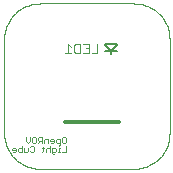
<source format=gbo>
G75*
G70*
%OFA0B0*%
%FSLAX24Y24*%
%IPPOS*%
%LPD*%
%AMOC8*
5,1,8,0,0,1.08239X$1,22.5*
%
%ADD10C,0.0000*%
%ADD11C,0.0020*%
%ADD12C,0.0030*%
%ADD13C,0.0050*%
%ADD14C,0.0120*%
D10*
X001331Y000210D02*
X004481Y000210D01*
X004547Y000212D01*
X004613Y000217D01*
X004679Y000227D01*
X004744Y000240D01*
X004808Y000256D01*
X004871Y000276D01*
X004933Y000300D01*
X004993Y000327D01*
X005052Y000357D01*
X005109Y000391D01*
X005164Y000428D01*
X005217Y000468D01*
X005268Y000510D01*
X005316Y000556D01*
X005362Y000604D01*
X005404Y000655D01*
X005444Y000708D01*
X005481Y000763D01*
X005515Y000820D01*
X005545Y000879D01*
X005572Y000939D01*
X005596Y001001D01*
X005616Y001064D01*
X005632Y001128D01*
X005645Y001193D01*
X005655Y001259D01*
X005660Y001325D01*
X005662Y001391D01*
X005662Y004540D01*
X005660Y004606D01*
X005655Y004672D01*
X005645Y004738D01*
X005632Y004803D01*
X005616Y004867D01*
X005596Y004930D01*
X005572Y004992D01*
X005545Y005052D01*
X005515Y005111D01*
X005481Y005168D01*
X005444Y005223D01*
X005404Y005276D01*
X005362Y005327D01*
X005316Y005375D01*
X005268Y005421D01*
X005217Y005463D01*
X005164Y005503D01*
X005109Y005540D01*
X005052Y005574D01*
X004993Y005604D01*
X004933Y005631D01*
X004871Y005655D01*
X004808Y005675D01*
X004744Y005691D01*
X004679Y005704D01*
X004613Y005714D01*
X004547Y005719D01*
X004481Y005721D01*
X004481Y005722D02*
X001331Y005722D01*
X001331Y005721D02*
X001265Y005719D01*
X001199Y005714D01*
X001133Y005704D01*
X001068Y005691D01*
X001004Y005675D01*
X000941Y005655D01*
X000879Y005631D01*
X000819Y005604D01*
X000760Y005574D01*
X000703Y005540D01*
X000648Y005503D01*
X000595Y005463D01*
X000544Y005421D01*
X000496Y005375D01*
X000450Y005327D01*
X000408Y005276D01*
X000368Y005223D01*
X000331Y005168D01*
X000297Y005111D01*
X000267Y005052D01*
X000240Y004992D01*
X000216Y004930D01*
X000196Y004867D01*
X000180Y004803D01*
X000167Y004738D01*
X000157Y004672D01*
X000152Y004606D01*
X000150Y004540D01*
X000150Y001391D01*
X000152Y001325D01*
X000157Y001259D01*
X000167Y001193D01*
X000180Y001128D01*
X000196Y001064D01*
X000216Y001001D01*
X000240Y000939D01*
X000267Y000879D01*
X000297Y000820D01*
X000331Y000763D01*
X000368Y000708D01*
X000408Y000655D01*
X000450Y000604D01*
X000496Y000556D01*
X000544Y000510D01*
X000595Y000468D01*
X000648Y000428D01*
X000703Y000391D01*
X000760Y000357D01*
X000819Y000327D01*
X000879Y000300D01*
X000941Y000276D01*
X001004Y000256D01*
X001068Y000240D01*
X001133Y000227D01*
X001199Y000217D01*
X001265Y000212D01*
X001331Y000210D01*
D11*
X000503Y000761D02*
X000438Y000761D01*
X000503Y000761D02*
X000536Y000794D01*
X000536Y000859D01*
X000503Y000892D01*
X000438Y000892D01*
X000405Y000859D01*
X000405Y000827D01*
X000536Y000827D01*
X000604Y000859D02*
X000637Y000892D01*
X000736Y000892D01*
X000804Y000892D02*
X000804Y000761D01*
X000902Y000761D01*
X000935Y000794D01*
X000935Y000892D01*
X001003Y000925D02*
X001036Y000958D01*
X001102Y000958D01*
X001134Y000925D01*
X001134Y000794D01*
X001102Y000761D01*
X001036Y000761D01*
X001003Y000794D01*
X000736Y000761D02*
X000637Y000761D01*
X000604Y000794D01*
X000604Y000859D01*
X000736Y000761D02*
X000736Y000958D01*
X000870Y001151D02*
X000870Y001283D01*
X001001Y001283D02*
X001001Y001151D01*
X000936Y001086D01*
X000870Y001151D01*
X001070Y001119D02*
X001070Y001250D01*
X001102Y001283D01*
X001168Y001283D01*
X001201Y001250D01*
X001201Y001119D01*
X001168Y001086D01*
X001102Y001086D01*
X001070Y001119D01*
X001269Y001086D02*
X001335Y001151D01*
X001302Y001151D02*
X001400Y001151D01*
X001400Y001086D02*
X001400Y001283D01*
X001302Y001283D01*
X001269Y001250D01*
X001269Y001184D01*
X001302Y001151D01*
X001468Y001184D02*
X001468Y001086D01*
X001468Y001184D02*
X001501Y001217D01*
X001600Y001217D01*
X001600Y001086D01*
X001668Y001151D02*
X001799Y001151D01*
X001799Y001119D02*
X001799Y001184D01*
X001766Y001217D01*
X001701Y001217D01*
X001668Y001184D01*
X001668Y001151D01*
X001701Y001086D02*
X001766Y001086D01*
X001799Y001119D01*
X001867Y001119D02*
X001867Y001184D01*
X001900Y001217D01*
X001998Y001217D01*
X001998Y001020D01*
X001966Y000991D02*
X001966Y000958D01*
X001966Y000892D02*
X001966Y000761D01*
X001998Y000761D02*
X001933Y000761D01*
X001865Y000794D02*
X001833Y000761D01*
X001734Y000761D01*
X001734Y000728D02*
X001734Y000892D01*
X001833Y000892D01*
X001865Y000859D01*
X001865Y000794D01*
X001800Y000695D02*
X001767Y000695D01*
X001734Y000728D01*
X001666Y000761D02*
X001666Y000958D01*
X001633Y000892D02*
X001568Y000892D01*
X001535Y000859D01*
X001535Y000761D01*
X001434Y000794D02*
X001401Y000761D01*
X001434Y000794D02*
X001434Y000925D01*
X001467Y000892D02*
X001401Y000892D01*
X001633Y000892D02*
X001666Y000859D01*
X001900Y001086D02*
X001867Y001119D01*
X001900Y001086D02*
X001998Y001086D01*
X002067Y001119D02*
X002067Y001250D01*
X002099Y001283D01*
X002165Y001283D01*
X002198Y001250D01*
X002198Y001119D01*
X002165Y001086D01*
X002099Y001086D01*
X002067Y001119D01*
X002198Y000958D02*
X002198Y000761D01*
X002067Y000761D01*
X001998Y000892D02*
X001966Y000892D01*
D12*
X002184Y004079D02*
X002377Y004079D01*
X002280Y004079D02*
X002280Y004369D01*
X002377Y004273D01*
X002478Y004321D02*
X002478Y004127D01*
X002527Y004079D01*
X002672Y004079D01*
X002672Y004369D01*
X002527Y004369D01*
X002478Y004321D01*
X002773Y004369D02*
X002966Y004369D01*
X002966Y004079D01*
X002773Y004079D01*
X002870Y004224D02*
X002966Y004224D01*
X003067Y004079D02*
X003261Y004079D01*
X003261Y004369D01*
D13*
X003512Y004379D02*
X003512Y004340D01*
X003709Y004143D01*
X003709Y004025D01*
X003709Y004143D02*
X003906Y004143D01*
X003906Y004340D02*
X003709Y004143D01*
X003512Y004143D01*
X003512Y004379D02*
X003906Y004379D01*
X003906Y004340D01*
D14*
X003985Y001781D02*
X002174Y001781D01*
M02*

</source>
